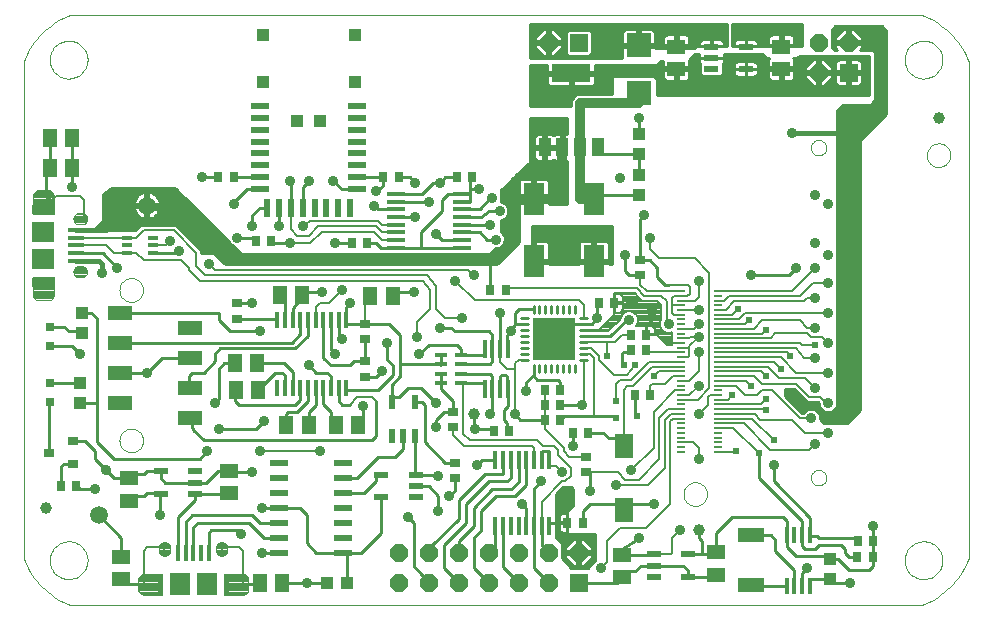
<source format=gtl>
G04 Output by ViewMate Deluxe V11.12.18  PentaLogix*
G04 Wed Mar 06 15:24:07 2019*
%IPPOS*%
%FSLAX25Y25*%
%MOIN*%
%ADD10C,0.0*%
%ADD61C,0.0125*%
%ADD62C,0.024*%
%ADD63C,0.0071*%
%ADD64C,0.0071*%
%ADD172R,0.0276X0.0071*%
%ADD173R,0.0512X0.0591*%
%ADD174R,0.0394X0.0394*%
%ADD175R,0.0591X0.024*%
%ADD176R,0.024X0.0591*%
%ADD177R,0.1299X0.0591*%
%ADD178R,0.0394X0.0591*%
%ADD179R,0.0433X0.0394*%
%ADD180R,0.0709X0.1083*%
%ADD181R,0.0787X0.0787*%
%ADD182R,0.0276X0.0354*%
%ADD183R,0.0354X0.0276*%
%ADD184R,0.0157X0.0531*%
%ADD185R,0.0512X0.0217*%
%ADD186R,0.0591X0.0512*%
%ADD187R,0.0394X0.0433*%
%ADD188R,0.0866X0.0512*%
%ADD189R,0.0591X0.0236*%
%ADD190R,0.0217X0.0512*%
%ADD191R,0.0138X0.0551*%
%ADD192R,0.063X0.0787*%
%ADD193R,0.063X0.0138*%
%ADD194R,0.0118X0.063*%
%ADD195R,0.0138X0.063*%
%ADD196R,0.06X0.06*%
G04:---LTIenv:A197:16,0.06,0.0 *
%ADD197P,0.064944X8X22.5*%
%ADD198R,0.0394X0.0167*%
%ADD199C,0.0591*%
%ADD200R,0.0827X0.0472*%
%ADD201R,0.0315X0.0315*%
%ADD202R,0.0354X0.0315*%
%ADD203C,0.011*%
%ADD204R,0.1437X0.1437*%
%ADD205C,0.0394*%
%ADD206R,0.0354X0.0157*%
%ADD207C,0.0039*%
%ADD208C,0.0089*%
%ADD209R,0.0039X0.0118*%
%ADD210R,0.0531X0.0157*%
%ADD211R,0.0748X0.0709*%
%ADD212C,0.0044*%
%ADD213R,0.0118X0.0039*%
%ADD214R,0.0709X0.0748*%
%ADD215C,0.01*%
%ADD216C,0.0354*%
%ADD217C,0.0071*%
%ADD218C,0.008*%
%ADD219C,0.016*%
%ADD220C,0.032*%
%ADD221C,0.0375*%

%LPD*%
X0Y0D2*D10*G1X286490Y176160D2*X286510Y175850D1*X286570Y175540*X286660Y175240*X286790Y174950*X286960Y174680*X287160Y174440*X287380Y174220*X287640Y174030*X287910Y173870*X288200Y173750*X288500Y173660*X288810Y173610*X289130Y173600*X289440Y173630*X289750Y173700*X290050Y173800*X290330Y173940*X290590Y174120*X290830Y174320*X291040Y174560*X291230Y174810*X291380Y175090*X291490Y175380*X291570Y175690*X291610Y176000*Y176320*X291570Y176630*X291490Y176940*X291380Y177230*X291230Y177510*X291040Y177760*X290830Y178000*X290590Y178200*X290330Y178380*X290050Y178520*X289750Y178620*X289440Y178690*X289130Y178720*X288810Y178710*X288500Y178660*X288200Y178570*X287910Y178450*X287640Y178290*X287380Y178100*X287160Y177880*X286960Y177640*X286790Y177370*X286660Y177080*X286570Y176780*X286510Y176470*X286490Y176160*X325110Y173660D2*X325130Y173270D1*X325190Y172880*X325290Y172500*X325420Y172130*X325590Y171780*X325790Y171440*X326030Y171130*X326300Y170840*X326590Y170580*X326910Y170350*X327250Y170150*X327610Y169990*X327980Y169870*X328370Y169780*X328760Y169730*X329150Y169720*X329540Y169750*X329930Y169820*X330300Y169930*X330670Y170070*X331020Y170250*X331350Y170460*X331660Y170710*X331940Y170980*X332190Y171280*X332410Y171610*X332600Y171950*X332750Y172310*X332870Y172690*X332950Y173070*X332990Y173460*Y173860*X332950Y174250*X332870Y174630*X332750Y175010*X332600Y175370*X332410Y175710*X332190Y176040*X331940Y176340*X331660Y176610*X331350Y176860*X331020Y177070*X330670Y177250*X330300Y177390*X329930Y177500*X329540Y177570*X329150Y177600*X328760Y177590*X328370Y177540*X327980Y177450*X327610Y177330*X327250Y177170*X326910Y176970*X326590Y176740*X326300Y176480*X326030Y176190*X325790Y175880*X325590Y175540*X325420Y175190*X325290Y174820*X325190Y174440*X325130Y174050*X325110Y173660*X286490Y66160D2*X286510Y65850D1*X286570Y65540*X286660Y65240*X286790Y64950*X286960Y64680*X287160Y64440*X287380Y64220*X287640Y64030*X287910Y63870*X288200Y63750*X288500Y63660*X288810Y63610*X289130Y63600*X289440Y63630*X289750Y63700*X290050Y63800*X290330Y63940*X290590Y64120*X290830Y64320*X291040Y64560*X291230Y64810*X291380Y65090*X291490Y65380*X291570Y65690*X291610Y66000*Y66320*X291570Y66630*X291490Y66940*X291380Y67230*X291230Y67510*X291040Y67760*X290830Y68000*X290590Y68200*X290330Y68380*X290050Y68520*X289750Y68620*X289440Y68690*X289130Y68720*X288810Y68710*X288500Y68660*X288200Y68570*X287910Y68450*X287640Y68290*X287380Y68100*X287160Y67880*X286960Y67640*X286790Y67370*X286660Y67080*X286570Y66780*X286510Y66470*X286490Y66160*X244010Y60700D2*X244030Y60310D1*X244090Y59920*X244190Y59540*X244320Y59170*X244490Y58820*X244690Y58480*X244930Y58170*X245200Y57880*X245490Y57620*X245810Y57390*X246150Y57190*X246510Y57030*X246880Y56910*X247270Y56820*X247660Y56770*X248050Y56760*X248440Y56790*X248830Y56860*X249200Y56970*X249570Y57110*X249920Y57290*X250250Y57500*X250560Y57750*X250840Y58020*X251090Y58320*X251310Y58650*X251500Y58990*X251650Y59350*X251770Y59730*X251850Y60110*X251890Y60500*Y60900*X251850Y61290*X251770Y61670*X251650Y62050*X251500Y62410*X251310Y62750*X251090Y63080*X250840Y63380*X250560Y63650*X250250Y63900*X249920Y64110*X249570Y64290*X249200Y64430*X248830Y64540*X248440Y64610*X248050Y64640*X247660Y64630*X247270Y64580*X246880Y64490*X246510Y64370*X246150Y64210*X245810Y64010*X245490Y63780*X245200Y63520*X244930Y63230*X244690Y62920*X244490Y62580*X244320Y62230*X244190Y61860*X244090Y61480*X244030Y61090*X244010Y60700*X39800Y220510D2*X38610Y220050D1*X37440Y219520*X36300Y218940*X35190Y218310*X34120Y217620*X33070Y216890*X32070Y216100*X31100Y215260*X30180Y214380*X29300Y213460*X28460Y212490*X27670Y211490*X26940Y210440*X26250Y209370*X25620Y208260*X25040Y207120*X24510Y205950*X24050Y204760*X55990Y128730D2*X56010Y128340D1*X56070Y127950*X56170Y127570*X56300Y127200*X56470Y126850*X56670Y126510*X56910Y126200*X57180Y125910*X57470Y125650*X57790Y125420*X58130Y125220*X58490Y125060*X58860Y124940*X59250Y124850*X59640Y124800*X60030Y124790*X60420Y124820*X60810Y124890*X61180Y125000*X61550Y125140*X61900Y125320*X62230Y125530*X62540Y125780*X62820Y126050*X63070Y126350*X63290Y126680*X63480Y127020*X63630Y127380*X63750Y127760*X63830Y128140*X63870Y128530*Y128930*X63830Y129320*X63750Y129700*X63630Y130080*X63480Y130440*X63290Y130780*X63070Y131110*X62820Y131410*X62540Y131680*X62230Y131930*X61900Y132140*X61550Y132320*X61180Y132460*X60810Y132570*X60420Y132640*X60030Y132670*X59640Y132660*X59250Y132610*X58860Y132520*X58490Y132400*X58130Y132240*X57790Y132040*X57470Y131810*X57180Y131550*X56910Y131260*X56670Y130950*X56470Y130610*X56300Y130260*X56170Y129890*X56070Y129510*X56010Y129120*X55990Y128730*Y78580D2*X56010Y78190D1*X56070Y77800*X56170Y77420*X56300Y77050*X56470Y76700*X56670Y76360*X56910Y76050*X57180Y75760*X57470Y75500*X57790Y75270*X58130Y75070*X58490Y74910*X58860Y74790*X59250Y74700*X59640Y74650*X60030Y74640*X60420Y74670*X60810Y74740*X61180Y74850*X61550Y74990*X61900Y75170*X62230Y75380*X62540Y75630*X62820Y75900*X63070Y76200*X63290Y76530*X63480Y76870*X63630Y77230*X63750Y77610*X63830Y77990*X63870Y78380*Y78780*X63830Y79170*X63750Y79550*X63630Y79930*X63480Y80290*X63290Y80630*X63070Y80960*X62820Y81260*X62540Y81530*X62230Y81780*X61900Y81990*X61550Y82170*X61180Y82310*X60810Y82420*X60420Y82490*X60030Y82520*X59640Y82510*X59250Y82460*X58860Y82370*X58490Y82250*X58130Y82090*X57790Y81890*X57470Y81660*X57180Y81400*X56910Y81110*X56670Y80800*X56470Y80460*X56300Y80110*X56170Y79740*X56070Y79360*X56010Y78970*X55990Y78580*X39800Y23660D2*X38610Y24120D1*X37440Y24650*X36300Y25230*X35190Y25860*X34120Y26550*X33070Y27280*X32070Y28070*X31100Y28910*X30180Y29790*X29300Y30710*X28460Y31680*X27670Y32680*X26940Y33730*X26250Y34800*X25620Y35910*X25040Y37050*X24510Y38220*X24050Y39410*X32750Y38660D2*X32770Y38160D1*X32830Y37660*X32930Y37170*X33070Y36690*X33240Y36220*X33450Y35770*X33700Y35330*X33980Y34920*X34300Y34530*X34640Y34160*X35010Y33820*X35410Y33520*X35830Y33250*X36270Y33010*X36730Y32800*X37200Y32640*X37680Y32510*X38180Y32420*X38670Y32370*X39180Y32360*X39680Y32390*X40170Y32460*X40660Y32570*X41140Y32720*X41600Y32900*X42050Y33120*X42480Y33380*X42890Y33670*X43280Y33990*X43640Y34340*X43960Y34720*X44260Y35120*X44530Y35550*X44760Y35990*X44950Y36450*X45110Y36930*X45230Y37420*X45310Y37910*X45350Y38410*Y38910*X45310Y39410*X45230Y39900*X45110Y40390*X44950Y40870*X44760Y41330*X44530Y41770*X44260Y42200*X43960Y42600*X43640Y42980*X43280Y43330*X42890Y43650*X42480Y43940*X42050Y44200*X41600Y44420*X41140Y44600*X40660Y44750*X40170Y44860*X39680Y44930*X39180Y44960*X38670Y44950*X38180Y44900*X37680Y44810*X37200Y44680*X36730Y44520*X36270Y44310*X35830Y44070*X35410Y43800*X35010Y43500*X34640Y43160*X34300Y42790*X33980Y42400*X33700Y41990*X33450Y41550*X33240Y41100*X33070Y40630*X32930Y40150*X32830Y39660*X32770Y39160*X32750Y38660*X24050Y204760D2*Y39400D1*X32750Y205510D2*X32770Y205010D1*X32830Y204510*X32930Y204020*X33070Y203540*X33240Y203070*X33450Y202620*X33700Y202180*X33980Y201770*X34300Y201380*X34640Y201010*X35010Y200670*X35410Y200370*X35830Y200100*X36270Y199860*X36730Y199650*X37200Y199490*X37680Y199360*X38180Y199270*X38670Y199220*X39180Y199210*X39680Y199240*X40170Y199310*X40660Y199420*X41140Y199570*X41600Y199750*X42050Y199970*X42480Y200230*X42890Y200520*X43280Y200840*X43640Y201190*X43960Y201570*X44260Y201970*X44530Y202400*X44760Y202840*X44950Y203300*X45110Y203780*X45230Y204270*X45310Y204760*X45350Y205260*Y205760*X45310Y206260*X45230Y206750*X45110Y207240*X44950Y207720*X44760Y208180*X44530Y208620*X44260Y209050*X43960Y209450*X43640Y209830*X43280Y210180*X42890Y210500*X42480Y210790*X42050Y211050*X41600Y211270*X41140Y211450*X40660Y211600*X40170Y211710*X39680Y211780*X39180Y211810*X38670Y211800*X38180Y211750*X37680Y211660*X37200Y211530*X36730Y211370*X36270Y211160*X35830Y210920*X35410Y210650*X35010Y210350*X34640Y210010*X34300Y209640*X33980Y209250*X33700Y208840*X33450Y208400*X33240Y207950*X33070Y207480*X32930Y207000*X32830Y206510*X32770Y206010*X32750Y205510*X323260Y220510D2*X39800D1*X339010Y204760D2*X338550Y205950D1*X338020Y207120*X337440Y208260*X336810Y209370*X336120Y210440*X335390Y211490*X334600Y212490*X333760Y213460*X332880Y214380*X331960Y215260*X330990Y216100*X329990Y216890*X328940Y217620*X327870Y218310*X326760Y218940*X325620Y219520*X324450Y220050*X323260Y220510*X317710Y205510D2*X317730Y205010D1*X317790Y204510*X317890Y204020*X318030Y203540*X318200Y203070*X318410Y202620*X318660Y202180*X318940Y201770*X319260Y201380*X319600Y201010*X319970Y200670*X320370Y200370*X320790Y200100*X321230Y199860*X321690Y199650*X322160Y199490*X322640Y199360*X323140Y199270*X323630Y199220*X324140Y199210*X324640Y199240*X325130Y199310*X325620Y199420*X326100Y199570*X326560Y199750*X327010Y199970*X327440Y200230*X327850Y200520*X328240Y200840*X328600Y201190*X328920Y201570*X329220Y201970*X329490Y202400*X329720Y202840*X329910Y203300*X330070Y203780*X330190Y204270*X330270Y204760*X330310Y205260*Y205760*X330270Y206260*X330190Y206750*X330070Y207240*X329910Y207720*X329720Y208180*X329490Y208620*X329220Y209050*X328920Y209450*X328600Y209830*X328240Y210180*X327850Y210500*X327440Y210790*X327010Y211050*X326560Y211270*X326100Y211450*X325620Y211600*X325130Y211710*X324640Y211780*X324140Y211810*X323630Y211800*X323140Y211750*X322640Y211660*X322160Y211530*X321690Y211370*X321230Y211160*X320790Y210920*X320370Y210650*X319970Y210350*X319600Y210010*X319260Y209640*X318940Y209250*X318660Y208840*X318410Y208400*X318200Y207950*X318030Y207480*X317890Y207000*X317790Y206510*X317730Y206010*X317710Y205510*X339010Y39400D2*Y204760D1*Y39410D2*X338550Y38220D1*X338020Y37050*X337440Y35910*X336810Y34800*X336120Y33730*X335390Y32680*X334600Y31680*X333760Y30710*X332880Y29790*X331960Y28910*X330990Y28070*X329990Y27280*X328940Y26550*X327870Y25860*X326760Y25230*X325620Y24650*X324450Y24120*X323260Y23660*X317710Y38660D2*X317730Y38160D1*X317790Y37660*X317890Y37170*X318030Y36690*X318200Y36220*X318410Y35770*X318660Y35330*X318940Y34920*X319260Y34530*X319600Y34160*X319970Y33820*X320370Y33520*X320790Y33250*X321230Y33010*X321690Y32800*X322160Y32640*X322640Y32510*X323140Y32420*X323630Y32370*X324140Y32360*X324640Y32390*X325130Y32460*X325620Y32570*X326100Y32720*X326560Y32900*X327010Y33120*X327440Y33380*X327850Y33670*X328240Y33990*X328600Y34340*X328920Y34720*X329220Y35120*X329490Y35550*X329720Y35990*X329910Y36450*X330070Y36930*X330190Y37420*X330270Y37910*X330310Y38410*Y38910*X330270Y39410*X330190Y39900*X330070Y40390*X329910Y40870*X329720Y41330*X329490Y41770*X329220Y42200*X328920Y42600*X328600Y42980*X328240Y43330*X327850Y43650*X327440Y43940*X327010Y44200*X326560Y44420*X326100Y44600*X325620Y44750*X325130Y44860*X324640Y44930*X324140Y44960*X323630Y44950*X323140Y44900*X322640Y44810*X322160Y44680*X321690Y44520*X321230Y44310*X320790Y44070*X320370Y43800*X319970Y43500*X319600Y43160*X319260Y42790*X318940Y42400*X318660Y41990*X318410Y41550*X318200Y41100*X318030Y40630*X317890Y40150*X317790Y39660*X317730Y39160*X317710Y38660*X39800Y23660D2*X323260D1*D61*X191030Y169390D2*X194160D1*X192920Y168150D2*X189800D1*X188560Y166920D2*X191690D1*X187330Y165680D2*X189490D1*X188880Y164450D2*X186090D1*X184860Y163210D2*X188420D1*Y161980D2*X183620D1*X183420Y160740D2*X188420D1*Y159510D2*X183500D1*X183420Y158270D2*X188420D1*Y157040D2*X185190D1*X185890Y155800D2*X188420D1*Y154570D2*X186000D1*X185610Y153330D2*X188420D1*Y152100D2*X184370D1*X183420Y150860D2*X188420D1*X189050Y149630D2*X183420D1*Y148390D2*X189050D1*Y147160D2*X184340D1*X184750Y145920D2*X188810D1*X187580Y144690D2*X184660D1*X183990Y143450D2*X186340D1*X185110Y142220D2*X181360D1*X180120Y140980D2*X183870D1*X182640Y139750D2*X89830D1*X91070Y138510D2*X181400D1*X88600Y140980D2*X96100D1*X94860Y142220D2*X83070D1*X81840Y143450D2*X93480D1*X92390Y144690D2*X80600D1*X79370Y145920D2*X91160D1*X52850Y161980D2*X75100D1*X50920Y155800D2*X60820D1*X61290Y154570D2*X50920D1*Y153330D2*X62280D1*X84980Y152100D2*X50920D1*X68320Y153330D2*X83750D1*X82510Y154570D2*X69310D1*X69780Y155800D2*X81280D1*X76340Y160740D2*X67610D1*X68980Y159510D2*X77570D1*X78810Y158270D2*X69630D1*X65660Y157040D2*X80040D1*X64940Y158270D2*X65660D1*Y159510D2*X64940D1*Y160740D2*X65660D1*X51210D2*X62990D1*X61620Y159510D2*X50920D1*X61060Y158540D2*X61380Y159180D1*X61810Y159760*X62320Y160270*X62900Y160700*X63540Y161020*X64230Y161250*X64940Y161360*Y157140*X60720*X60830Y157850*X61060Y158540*X50920Y158270D2*X60970D1*X64940Y157040D2*X50920D1*X65660Y155800D2*X64940D1*Y154570D2*X65660D1*Y153330D2*X64940D1*X64230Y152320D2*X63540Y152540D1*X62900Y152870*X62320Y153290*X61810Y153800*X61380Y154380*X61060Y155020*X60830Y155710*X60720Y156420*X64940*Y157140*X65660*Y161360*X66370Y161250*X67060Y161020*X67700Y160700*X68280Y160270*X68790Y159760*X69210Y159180*X69540Y158540*X69760Y157850*X69880Y157140*X65660*Y156420*X69880*X69760Y155710*X69540Y155020*X69210Y154380*X68790Y153800*X68280Y153290*X67700Y152870*X67060Y152540*X66370Y152320*X65660Y152200*Y156420*X64940*Y152200*X64230Y152320*X63290Y150480D2*X74810D1*X82310Y142980*X83370Y141910*Y141210*X83420Y141160*X88420*X92170Y137410*X180300*X189050Y146160*Y149910*X188420Y150530*Y163660*X188880Y164110*Y164620*X188990Y165030*X189210Y165400*X189510Y165700*X189880Y165920*X190290Y166030*X190800*X195300Y170530*X192170*X183420Y161780*Y160090*X183500Y159920*Y158650*X183420Y158470*Y158100*X183440*X184610Y157620*X185510Y156720*X186000Y155540*Y154270*X185510Y153100*X184610Y152200*X183440Y151710*X183420*Y148180*X184260Y147340*X184750Y146170*Y144900*X184260Y143720*X183360Y142820*X182190Y142330*X181480*X179670Y140530*X96550*X93740Y143340*X93490Y143450*X92590Y144350*X92490Y144590*X74670Y162410*X53420*X50920Y160530*Y151780*X49050Y149910*Y148660*X61470*X63290Y150480*X49050Y149630D2*X62440D1*X52800D2*X48770D1*X52800Y151160D2*X50300D1*X47800Y148660*X52800*Y151160*Y150860D2*X50000D1*X86220*X75660Y149630D2*X87450D1*X88690Y148390D2*X76900D1*X78130Y147160D2*X89920D1*D63*X234050Y99910D2*X235750Y101610D1*X241380*X243340Y100030D2*X240430D1*X237800Y97410*X233420*X232800Y96780*Y93720*X232860Y93660*X234050Y88030D2*X241330Y95310D1*X243340*X287800Y77410D2*X285920Y75530D1*X272800*X264040Y84290*X255470*D64*X239050Y130530D2*X245300D1*X246050Y129910*Y127410*X245320Y126810*X243340*D203*X194030Y101480D2*Y103780D1*X196000D2*Y101480D1*X197970D2*Y103780D1*X199940D2*Y101480D1*X201910D2*Y103780D1*X203880D2*Y101480D1*X205850D2*Y103780D1*X207810D2*Y101480D1*X211850Y105520D2*X209550D1*Y107480D2*X211850D1*Y109450D2*X209550D1*Y111420D2*X211850D1*Y113390D2*X209550D1*Y115360D2*X211850D1*Y117330D2*X209550D1*Y119300D2*X211850D1*X207810Y123330D2*Y121030D1*X205850D2*Y123330D1*X203880D2*Y121030D1*X201910D2*Y123330D1*X199940D2*Y121030D1*X197970D2*Y123330D1*X196000D2*Y121030D1*X194030D2*Y123330D1*X192300Y119300D2*X190000D1*Y117330D2*X192300D1*Y115360D2*X190000D1*Y113390D2*X192300D1*Y111420D2*X190000D1*Y109450D2*X192300D1*Y107480D2*X190000D1*Y105520D2*X192300D1*D207*X89220Y44480D2*X91050D1*X91530Y44110D2*X88730D1*X88460Y43730D2*X91800D1*X91950Y43350D2*X88320D1*X88270Y42970D2*X92000D1*Y42590D2*X88260D1*Y42210D2*X92000D1*X91990Y41830D2*X88270D1*X88340Y41460D2*X91930D1*X91770Y41080D2*X88490D1*X88780Y40700D2*X91480D1*X90950Y40320D2*X89320D1*X90230Y40160D2*X90630Y40210D1*X91000Y40340*X91340Y40550*X91620Y40830*X91830Y41160*X91960Y41540*X92000Y41930*Y42920*X91960Y43310*X91830Y43690*X91620Y44020*X91340Y44300*X91000Y44510*X90630Y44650*X90230Y44690*X90030*X89640Y44650*X89270Y44510*X88930Y44300*X88650Y44020*X88440Y43690*X88310Y43310*X88260Y42920*Y41930*X88310Y41540*X88440Y41160*X88650Y40830*X88930Y40550*X89270Y40340*X89640Y40210*X90030Y40160*X90230*X97910Y33880D2*X91020D1*Y33500D2*X98380D1*X98650Y33120D2*X91020D1*Y32740D2*X98800D1*X98870Y32370D2*X91020D1*Y31990D2*X98890D1*Y31610D2*X91020D1*Y31230D2*X98890D1*Y30850D2*X91020D1*Y30470D2*X98890D1*Y30090D2*X91020D1*Y29720D2*X98890D1*Y29340D2*X91020D1*Y28960D2*X98880D1*X98830Y28580D2*X91020D1*Y28200D2*X98700D1*X98470Y27820D2*X91020D1*X98150Y27500D2*X98460Y27810D1*X98700Y28190*X98840Y28600*X98890Y29040*Y32190*X98840Y32630*X98700Y33040*X98460Y33420*X98150Y33730*X97780Y33960*X97360Y34110*X96920Y34160*X91020*Y27070*X96920*X97360Y27120*X97780Y27270*X98150Y27500*X91020Y27440D2*X98060D1*X63110D2*X70150D1*Y27820D2*X62700D1*X62470Y28200D2*X70150D1*Y28580D2*X62340D1*X62290Y28960D2*X70150D1*Y29340D2*X62280D1*Y29720D2*X70150D1*Y30090D2*X62280D1*Y30470D2*X70150D1*Y30850D2*X62280D1*Y31230D2*X70150D1*Y31610D2*X62280D1*Y31990D2*X70150D1*Y32370D2*X62300D1*X62370Y32740D2*X70150D1*Y33120D2*X62520D1*X62790Y33500D2*X70150D1*Y33880D2*X63260D1*X70150Y34160D2*Y27070D1*X64250*X63810Y27120*X63390Y27270*X63020Y27500*X62710Y27810*X62470Y28190*X62330Y28600*X62280Y29040*Y32190*X62330Y32630*X62470Y33040*X62710Y33420*X63020Y33730*X63390Y33960*X63810Y34110*X64250Y34160*X70150*X71850Y40320D2*X70220D1*X69690Y40700D2*X72390D1*X72680Y41080D2*X69400D1*X69240Y41460D2*X72830D1*X72900Y41830D2*X69180D1*X69170Y42210D2*X72910D1*Y42590D2*X69170D1*Y42970D2*X72900D1*X72850Y43350D2*X69230D1*X69370Y43730D2*X72710D1*X72440Y44110D2*X69640D1*X70120Y44480D2*X71950D1*X70170Y44510D2*X69830Y44300D1*X69550Y44020*X69340Y43690*X69210Y43310*X69170Y42920*Y41930*X69210Y41540*X69340Y41160*X69550Y40830*X69830Y40550*X70170Y40340*X70550Y40210*X70940Y40160*X71140*X71530Y40210*X71910Y40340*X72240Y40550*X72520Y40830*X72730Y41160*X72860Y41540*X72910Y41930*Y42920*X72860Y43310*X72730Y43690*X72520Y44020*X72240Y44300*X71910Y44510*X71530Y44650*X71140Y44690*X70940*X70550Y44650*X70170Y44510*X32720Y161880D2*X28510D1*X27780Y161500D2*X33450D1*X33790Y161130D2*X27440D1*X27230Y160750D2*X34000D1*X27070Y159990D2*Y154090D1*X34120Y160370D2*X27110D1*X27070Y154090D2*X34160D1*Y154310D2*X27070D1*Y154690D2*X34160D1*Y155070D2*X27070D1*Y155440D2*X34160D1*Y155820D2*X27070D1*Y156200D2*X34160D1*Y156580D2*X27070D1*Y156960D2*X34160D1*Y157340D2*X27070D1*Y157720D2*X34160D1*Y158100D2*X27070D1*Y158470D2*X34160D1*Y158850D2*X27070D1*Y159230D2*X34160D1*Y159610D2*X27070D1*X34160Y159990D2*X34110Y160430D1*X33960Y160850*X33730Y161220*X33420Y161530*X33040Y161770*X32630Y161910*X32190Y161960*X29040*X28600Y161910*X28190Y161770*X27810Y161530*X27500Y161220*X27270Y160850*X27120Y160430*X27070Y159990*X34160*Y154090*X41370Y153930D2*X44470D1*X44840Y153550D2*X41000D1*X40790Y153170D2*X45040D1*X45150Y152790D2*X40690D1*X40650Y152420D2*X45180D1*X45150Y152040D2*X40690D1*X40800Y151660D2*X45040D1*X44820Y151280D2*X41020D1*X41420Y150900D2*X44420D1*X42040Y150620D2*X41660Y150750D1*X41330Y150960*X41050Y151230*X40840Y151560*X40700Y151930*X40650Y152320*Y152510*X40700Y152910*X40830Y153280*X41040Y153620*X41320Y153900*X41660Y154110*X42030Y154240*X42430Y154290*X43410*X43800Y154240*X44180Y154110*X44510Y153900*X44800Y153620*X45010Y153280*X45140Y152910*X45180Y152510*Y152320*X45130Y151930*X45000Y151560*X44790Y151230*X44510Y150960*X44170Y150750*X43800Y150620*X43410Y150590*X42430*X42040Y150620*X33000Y125530D2*X28230D1*X27690Y125910D2*X33540D1*X33850Y126280D2*X27380D1*X27200Y126660D2*X34030D1*X34130Y127040D2*X27100D1*X27070Y127420D2*X34160D1*Y127800D2*X27070D1*Y128180D2*X34160D1*Y128560D2*X27070D1*Y128940D2*X34160D1*Y129310D2*X27070D1*Y129690D2*X34160D1*Y130070D2*X27070D1*Y130450D2*X34160D1*Y130830D2*X27070D1*Y131210D2*X34160D1*Y131590D2*X27070D1*Y131970D2*X34160D1*Y132340D2*X27070D1*Y132720D2*X34160D1*Y133100D2*X27070D1*X34160Y133220D2*Y127320D1*X34110Y126880*X33960Y126460*X33730Y126090*X33420Y125780*X33040Y125540*X32630Y125400*X32190Y125350*X29040*X28600Y125400*X28190Y125540*X27810Y125780*X27500Y126090*X27270Y126460*X27120Y126880*X27070Y127320*Y133220*X34160*X41580Y136510D2*X44260D1*X44740Y136130D2*X41100D1*X45000Y135750D2*X44790Y136080D1*X44510Y136360*X44170Y136560*X43800Y136690*X43410Y136730*X42430*X42040Y136690*X41660Y136560*X41330Y136360*X41050Y136080*X40840Y135750*X43890Y133100D2*X41940D1*X41250Y133480D2*X44580D1*X44900Y133860D2*X40940D1*X40760Y134240D2*X45080D1*X45160Y134620D2*X40670D1*X40650Y134990D2*X45180D1*X45130Y135370D2*X40700D1*X45130Y135380D2*X45000Y135750D1*X40840*X40700Y135380*X40650Y134990*Y134800*X40700Y134400*X40830Y134030*X41040Y133690*X41320Y133410*X41660Y133200*X42030Y133070*X42430Y133030*X43410*X43800Y133070*X44180Y133200*X44510Y133410*X44800Y133690*X45010Y134030*X45140Y134400*X45180Y134800*Y134990*X45130Y135380*D208*X27310Y157120D2*X33910D1*Y156240D2*X27310D1*Y155360D2*X33910D1*X27310Y154480D2*X33910D1*Y157140*X27310*Y154480*X33910Y132810D2*X27310D1*Y131930D2*X33910D1*Y131050D2*X27310D1*X33910Y132830D2*X27310D1*Y130170*X33910*Y132830*D212*X92300Y33970D2*X90980D1*Y33540D2*X92300D1*Y33110D2*X90980D1*Y32680D2*X92300D1*Y32250D2*X90980D1*Y31820D2*X92300D1*Y31390D2*X90980D1*Y30960D2*X92300D1*Y30530D2*X90980D1*Y30100D2*X92300D1*Y29670D2*X90980D1*Y29240D2*X92300D1*Y28810D2*X90980D1*Y28380D2*X92300D1*Y27950D2*X90980D1*Y27520D2*X92300D1*X90980Y34130D2*Y27090D1*X92300*Y34130*X90980*X68870Y33970D2*X70190D1*Y33540D2*X68870D1*Y33110D2*X70190D1*Y32680D2*X68870D1*Y32250D2*X70190D1*Y31820D2*X68870D1*Y31390D2*X70190D1*Y30960D2*X68870D1*Y30530D2*X70190D1*Y30100D2*X68870D1*Y29670D2*X70190D1*Y29240D2*X68870D1*Y28810D2*X70190D1*Y28380D2*X68870D1*Y27950D2*X70190D1*Y27520D2*X68870D1*X70190Y27090D2*Y34130D1*X68870*Y27090*X70190*D215*X266490Y30390D2*X268360Y30190D1*X278400*X286080Y32340D2*Y30190D1*X292730Y40280D2*Y39030D1*X274050Y70530D2*Y64910D1*X286080Y52880*Y47120*X286420Y46780*X288420*X289050Y46160*X301060*X302060Y45160*X307170Y49910D2*X307180Y49900D1*Y45160*X307010Y44990*Y39680*Y36620*X305920Y35530*X299050*X299670Y31160D2*X293910D1*X292730Y32340*X286080*X285300Y36160D2*X283520Y34370D1*Y30190*X280960D2*X280920Y30230D1*Y35530*X274670Y41780*Y45530*X273280Y46920*X266490*X32810Y179280D2*Y169280D1*X31550Y168020*Y159910*X33130Y158330*X40300Y163030D2*X40290Y163040D1*Y169280*Y179280*X192800Y209820D2*X194550D1*X195010Y208840D2*X192800D1*Y207850D2*X195990D1*X196980Y206870D2*X192800D1*X253300Y211790D2*X253380D1*Y210810D2*X253300D1*X257400D2*X258420D1*X257100Y211900D2*X257300Y211560D1*X257400Y211180*Y209940*X253380*Y212480*X256100*X256480Y212380*X256820Y212180*X257100Y211900*X258420Y211790D2*X257160D1*X260300D2*X260940D1*X260700Y210810D2*X260300D1*X280730Y198990D2*X284860D1*X277050D2*X276050D1*Y199970D2*X277050D1*Y210810D2*X276050D1*Y211790D2*X277050D1*Y212780D2*X276050D1*Y213760D2*X277050D1*X260300D2*X272860D1*X272130Y212780D2*X260300D1*X272100Y210810D2*X268820D1*X268580Y211790D2*X272100D1*X264720D2*X264800D1*X264720Y210810D2*X264800D1*Y209940D2*Y212480D1*X267510*X267900Y212380*X268240Y212180*X268520Y211900*X268720Y211560*X268820Y211180*Y209940*X264800*X264720Y199970D2*X264800D1*X264720Y200960D2*X264800D1*X264720Y201940D2*X264800D1*X264720Y202930D2*X264800D1*X264720Y203910D2*X264800D1*X264720Y204900D2*X264800D1*X261620D2*X261280Y204700D1*X261000Y204420*X260800Y204080*X260700Y202930D2*X257200D1*Y201940D2*X260700D1*X260750Y200960D2*X257200D1*X261620Y199940D2*X261280Y200130D1*X261000Y200410*X260800Y200750*X260700Y201140*Y202370*X264720*Y199830*X262000*X261620Y199940*X246000Y199970D2*X261560D1*X246000Y200960D2*X249480D1*X228550Y214750D2*X229550D1*Y213760D2*X228550D1*Y212780D2*X229550D1*Y211790D2*X228550D1*Y210810D2*X229550D1*X213350Y209820D2*X228550D1*X223700Y214750D2*X213300D1*X213350Y213760D2*X223610D1*Y212780D2*X213350D1*Y211790D2*X223610D1*Y210810D2*X213350D1*Y208840D2*X223610D1*Y207850D2*X213350D1*X212600Y206870D2*X223610D1*X201120D2*X205500D1*X204750Y207850D2*X202110D1*X203090Y208840D2*X204750D1*Y209820D2*X203550D1*X204750Y214690D2*Y207620D1*X205510Y206860*X212590*X213350Y207620*Y214690*X212590Y215460*X205510*X204750Y214690*X201820Y214750D2*X204800D1*X204750Y213760D2*X202810D1*X203550Y212780D2*X204750D1*Y211790D2*X203550D1*X199550Y210810D2*X204750D1*X199550Y211790D2*X198550D1*Y212780D2*X199550D1*Y213760D2*X198550D1*Y214750D2*X199550D1*X258420Y216720D2*X192800D1*X283420D2*X260300D1*Y215730D2*X283420D1*Y214750D2*X260300D1*X280240Y213760D2*X283420D1*Y212780D2*X280970D1*X281000Y211790D2*X283420D1*X281000Y210400D2*Y212650D1*X280900Y213030*X280700Y213380*X280420Y213660*X280080Y213850*X279700Y213960*X277050*Y210400*X281000*X283420Y210810D2*X281000D1*X283420Y209910D2*Y217410D1*X260300*Y209910*X264720*Y209940*X260700*Y211180*X260800Y211560*X261000Y211900*X261280Y212180*X261620Y212380*X262000Y212480*X264720*Y209940*X264800*Y209910*X276050*Y210400*X272100*Y212650*X272200Y213030*X272400Y213380*X272680Y213660*X273020Y213850*X273400Y213960*X276050*Y210400*X277050*Y209910*X283420*X294310Y208840D2*X295010D1*X294550Y209820D2*X293420D1*X298550Y212780D2*X299550D1*Y213760D2*X298550D1*Y214750D2*X299550D1*X310340Y216720D2*X294610D1*X303550Y211790D2*X311550D1*Y212780D2*X303550D1*X302810Y213760D2*X311550D1*Y214750D2*X301820D1*X293630Y215730D2*X311000D1*X296280Y214750D2*X293420D1*Y213760D2*X295290D1*X294550Y212780D2*X293420D1*Y211790D2*X294550D1*X298550Y210810D2*X293420D1*X299550Y211790D2*X298550D1*X299550Y211660D2*Y215660D1*X300910*X303550Y213020*Y211660*X299550*X311550Y210810D2*X299550D1*X303550Y209820D2*X311550D1*Y208840D2*X303090D1*X311550Y207850D2*X307800D1*Y206870D2*X311550D1*Y205880D2*X307800D1*Y204900D2*X311550D1*Y203910D2*X307800D1*Y202930D2*X311550D1*Y201940D2*X307800D1*Y200960D2*X311550D1*Y195050D2*X307800D1*Y196030D2*X311550D1*Y197020D2*X307800D1*Y198000D2*X311550D1*Y198990D2*X307800D1*Y199970D2*X311550D1*X305920D2*X303550D1*Y198990D2*X305920D1*Y198000D2*X303550D1*X303030Y197020D2*X305920D1*X298550D2*X299550D1*Y198000D2*X298550D1*Y198990D2*X299550D1*Y199970D2*X298550D1*X299550Y200660D2*Y196660D1*X302250*X302630Y196760*X302970Y196960*X303250Y197240*X303450Y197580*X303550Y197960*Y200660*X299550*X305920Y200960D2*X299550D1*X303550Y201940D2*X305920D1*Y202930D2*X303550D1*Y203910D2*X305920D1*Y204900D2*X303350D1*X280710Y205880D2*X305920D1*X284550Y202930D2*X281000D1*Y203910D2*X285440D1*X286430Y204900D2*X281000D1*X288550D2*X289550D1*Y203910D2*X288550D1*Y202930D2*X289550D1*Y201940D2*X288550D1*X298550Y200960D2*X289550D1*X299550Y201940D2*X298550D1*Y202930D2*X299550D1*Y203910D2*X298550D1*X299550Y205660D2*Y201660D1*Y200660*X298550*Y201660*X299550*X303550*Y204350*X303450Y204740*X303250Y205080*X302970Y205360*X302630Y205550*X302250Y205660*X299550*X298550Y204900D2*X299550D1*X291670D2*X294750D1*X294550Y203910D2*X292660D1*X293550Y202930D2*X294550D1*Y201940D2*X293550D1*X294550Y201660D2*Y204350D1*X294650Y204740*X294850Y205080*X295130Y205360*X295470Y205550*X295850Y205660*X298550*Y201660*X294550*Y199970D2*X293550D1*X293240Y198990D2*X294550D1*Y198000D2*X292260D1*X295130Y196960D2*X294850Y197240D1*X294650Y197580*X294550Y197960*Y200660*X298550*Y196660*X295850*X295470Y196760*X295130Y196960*X291270Y197020D2*X295070D1*X289550D2*X288550D1*Y198000D2*X289550D1*Y198990D2*X288550D1*Y199970D2*X289550D1*X288550Y200660D2*X289550D1*Y196660*X290910*X293550Y199290*Y200660*X289550*Y201660*X293550*Y203020*X290910Y205660*X289550*Y201660*X288550*Y200660*X281000Y200960D2*X288550D1*X284550Y199970D2*X281000D1*X284550Y200660D2*X288550D1*Y196660*X287190*X284550Y199290*Y200660*Y201660D2*Y203020D1*X287190Y205660*X288550*Y201660*X284550*X277050Y201940D2*X284550D1*X277050Y201920D2*X281000D1*Y199660*X280900Y199280*X280700Y198940*X280420Y198660*X280080Y198460*X279700Y198360*X277050*Y201920*X276050Y200960D2*X277050D1*X268820Y201940D2*X276050D1*X268820Y202460D2*X264800D1*Y202370*X264720*Y202460*X260700*Y203700*X260800Y204080*X257200Y203910D2*X260760D1*X270840Y206870D2*X257400D1*X268760Y203910D2*X272100D1*Y204900D2*X267900D1*X257400Y205880D2*X272390D1*X257400Y204900D2*X261620D1*X262000Y205000*X264720*Y202460*X264800*Y205000*X267510*X267900Y204900*X268240Y204700*X268520Y204420*X268720Y204080*X268820Y203700*Y202460*X272100Y202930D2*X268820D1*X268770Y200960D2*X272100D1*X267900Y199940D2*X267510Y199830D1*X264800*Y202370*X268820*Y201140*X268720Y200750*X268520Y200410*X268240Y200130*X267900Y199940*X272100Y199970D2*X267960D1*X245730Y198990D2*X272370D1*X229050Y180750D2*Y186160D1*X147140Y126890D2*X148280Y128030D1*X154050*X179050Y154910D2*X182800D1*X170070Y150500D2*X170100Y150530D1*X154670Y164540D2*X152800Y166410D1*X149110*X112800Y164910D2*X113140Y164560D1*Y156180*X117080D2*Y162940D1*X119050Y164910*X127170D2*X130300Y162410D1*X135210*Y162470*X135470Y166160D2*X135210Y166410D1*X143990*Y163600*X142170Y161780*X141550*X140920Y156780D2*X142090Y155620D1*X148030*X154670Y153030D2*X148030Y153060D1*X159050Y158030D2*Y158180D1*X148030*Y160740D2*X156760D1*X160560Y164540*X162800*X164670Y166410*X168370*X173480D2*X172800Y165730D1*Y162410*Y160740D2*Y162410D1*X175920*X197210Y177320D2*X198180D1*Y178300D2*X197210D1*Y179290D2*X198180D1*Y180270D2*X197210D1*X203110D2*X204080D1*Y179290D2*X203110D1*Y178300D2*X204080D1*Y177320D2*X203110D1*X215410Y176250D2*Y174060D1*X229050*Y167000*X281550Y136160D2*X279050Y133660D1*X266550*X237860Y130530D2*X239050D1*X229670Y133600D2*X229620Y133660D1*X225920*X224670Y134910*Y140530*X214550Y144810D2*X213550D1*Y143830D2*X214550D1*Y142840D2*X213550D1*Y141860D2*X214550D1*Y140870D2*X213550D1*Y139890D2*X214550D1*X199090Y138900D2*X209010D1*X209460Y144810D2*X198640D1*X199090Y143830D2*X209010D1*Y142840D2*X199090D1*Y141860D2*X209010D1*Y140870D2*X199090D1*Y139890D2*X209010D1*X194550D2*X193550D1*Y140870D2*X194550D1*Y141860D2*X193550D1*Y142840D2*X194550D1*Y143830D2*X193550D1*Y144810D2*X194550D1*X220300Y149740D2*X193420D1*Y148750D2*X220300D1*Y147770D2*X193420D1*Y146780D2*X220300D1*Y145800D2*X193420D1*X220300Y144810D2*X218640D1*X219090Y143830D2*X220300D1*Y142840D2*X219090D1*Y141860D2*X220300D1*Y140870D2*X219090D1*Y139890D2*X220300D1*Y138900D2*X219090D1*X214550Y137920D2*X220300D1*X213550Y138900D2*X214550D1*X213550Y138820D2*Y145230D1*X210310*X209930Y145130*X209590Y144940*X209310Y144660*X209110Y144310*X209010Y143930*Y138820*X213550*X194550Y137920D2*X213550D1*X193550Y138900D2*X194550D1*X193550Y138820D2*X194550D1*Y145230*X197790*X198170Y145130*X198510Y144940*X198790Y144660*X198990Y144310*X199090Y143930*Y138820*X194550*Y137820*X199090*Y137410*X209010*Y137820*X213550*Y138820*X214550*Y145230*X217790*X218170Y145130*X218510Y144940*X218790Y144660*X218990Y144310*X219090Y143930*Y138820*X214550*Y137820*X219090*Y137410*X220300*Y149910*X193420*Y145230*X193550*Y138820*X179620Y128660D2*Y138660D1*X180300*X156550Y142820D2*X170070D1*X161550Y147410D2*X163570Y145380D1*X170070*X176010Y147940D2*X170070D1*X181550Y145530D2*X178420D1*X176010Y147940*X170100Y150530D2*X179670D1*X170070Y153060D2*X176580D1*X179050Y154910*X180300Y159280D2*X179670D1*X176010Y155620*X170070*Y158180D2*Y158030D1*X172800*Y160740*X170070*X165510*X163420Y158660*Y154910*X156550Y148030*Y142820*X150300*X143010*X141550Y144280*X138480*X127800D2*X133370D1*X95300Y124340D2*X95360Y124280D1*X100300*X108630Y118720D2*X108130Y119220D1*X95300*X102800Y114910D2*X92800D1*X101970Y104330D2*X110880D1*X113740Y101460*Y96090*X111190D2*Y100270D1*X110300Y101160*X107790*X102160Y95530*X104050Y84910D2*X101550Y82410D1*X89050*X40490Y70790D2*X37440D1*X36550Y69910*Y63340*X36490Y63280*X41610D2*X43270Y62410D1*X47800*X69530Y30610D2*X58350D1*X56550Y32420*Y39900D2*Y46160D1*X49050Y53660*X59070Y58540D2*X60440Y59910D1*X64050*X65180Y61040*X69740*Y60800*X69670Y60740*Y53660*X109280Y46160D2*X109320Y46120D1*Y41160D2*X103420D1*X130580D2*X136550D1*X143280Y47890*Y59700*X152170Y53030D2*X154050Y51160D1*Y36780*X159050Y31160*X205050Y48280D2*X205300D1*Y49270D2*X205050D1*Y50250D2*X205300D1*Y52220D2*X205050D1*Y53210D2*X205300D1*Y54190D2*X205050D1*X234050Y57410D2*X224050D1*Y55530*X222170Y57410*X212800*X210360Y54970*Y51160*X229050Y46160D2*X222380Y41780D1*X234130Y40590D2*X234120Y40570D1*X234110Y40560*X234090Y40550*X223620*X222380Y41780*X209050Y31160D2*X221710D1*X223620Y33070*X225460Y34910*X227800*X229740Y36850*X234130*X243990*X254870Y33850D2*X255370Y33100D1*X245550*X244050D2*X245550D1*Y35280*X243990Y36850*X250300Y40590D2*X245550D1*X249050Y48660D2*Y46160D1*X250300Y44910*Y40590*X255370*X255380Y40730*X255360Y40870*X255310Y41000*X255230Y41120*X255120Y41220*X255000Y41290*X254860Y41340*X254870Y41330D2*Y47600D1*X260300Y53030*X277170*X278420Y51780*Y47150*X278400Y47120*Y43060*X281550Y39910*X291850*X292730Y39030*X295550*X299050Y35530*X301890Y39680D2*X299270D1*X297800Y41160*Y42410*X296550Y43660*X289050*X287800Y42410*X284670*X283520Y43560*Y47120*Y51690*X269050Y66160*Y74280*X277830Y95560D2*X280990D1*X281980Y94580D2*X277800D1*Y93590D2*X282960D1*X283950Y92610D2*X278750D1*X280720Y90640D2*X289100D1*X284930Y91620D2*X279740D1*X282690Y88670D2*X284720D1*X289470Y89650D2*X281710D1*X290320Y88670D2*X288380D1*X290480Y84730D2*X298870D1*X299850Y85710D2*X289620D1*Y86700D2*X300840D1*X301820Y87680D2*X289240D1*X294030Y88670D2*X302800D1*Y89650D2*X294880D1*X295300Y90640D2*X302800D1*Y91620D2*X295300D1*Y92610D2*X302800D1*Y93590D2*X295300D1*Y94580D2*X302800D1*Y95560D2*X295300D1*Y96550D2*X302800D1*Y97530D2*X295300D1*Y98520D2*X302800D1*Y99500D2*X295300D1*Y100490D2*X302800D1*Y101470D2*X295300D1*Y102460D2*X302800D1*Y103440D2*X295300D1*Y104430D2*X302800D1*Y105410D2*X295300D1*Y106400D2*X302800D1*Y107380D2*X295300D1*Y108370D2*X302800D1*Y109350D2*X295300D1*Y110340D2*X302800D1*Y111320D2*X295300D1*Y112310D2*X302800D1*Y113290D2*X295300D1*Y114280D2*X302800D1*Y115260D2*X295300D1*Y116250D2*X302800D1*Y117230D2*X295300D1*Y118220D2*X302800D1*Y119200D2*X295300D1*Y120190D2*X302800D1*Y121170D2*X295300D1*Y122160D2*X302800D1*Y123140D2*X295300D1*Y124130D2*X302800D1*Y125110D2*X295300D1*Y126100D2*X302800D1*Y127080D2*X295300D1*Y128070D2*X302800D1*Y129050D2*X295300D1*Y130040D2*X302800D1*Y131020D2*X295300D1*Y132010D2*X302800D1*Y132990D2*X295300D1*Y133980D2*X302800D1*Y134960D2*X295300D1*Y135950D2*X302800D1*Y136930D2*X295300D1*Y137920D2*X302800D1*Y138900D2*X295300D1*Y139890D2*X302800D1*Y140870D2*X295300D1*Y141860D2*X302800D1*Y142840D2*X295300D1*Y143830D2*X302800D1*Y144810D2*X295300D1*Y145800D2*X302800D1*Y146780D2*X295300D1*Y147770D2*X302800D1*Y148750D2*X295300D1*Y149740D2*X302800D1*Y150720D2*X295300D1*Y151710D2*X302800D1*Y152690D2*X295300D1*Y153680D2*X302800D1*Y154660D2*X295300D1*Y155650D2*X302800D1*Y156630D2*X295300D1*Y157620D2*X302800D1*Y158600D2*X295300D1*Y159590D2*X302800D1*Y160570D2*X295300D1*Y161560D2*X302800D1*Y162540D2*X295300D1*Y163530D2*X302800D1*Y164510D2*X295300D1*Y165500D2*X302800D1*Y166480D2*X295300D1*Y167470D2*X302800D1*Y168450D2*X295300D1*Y169440D2*X302800D1*Y170420D2*X295300D1*Y171410D2*X302800D1*Y172390D2*X295300D1*Y173380D2*X302800D1*Y174360D2*X295300D1*Y175350D2*X302800D1*Y176330D2*X295300D1*Y177320D2*X302800D1*Y178300D2*X295300D1*Y179290D2*X303430D1*X304420Y180270D2*X295300D1*Y181260D2*X305400D1*X306390Y182240D2*X295300D1*Y183230D2*X307370D1*X308360Y184210D2*X295300D1*Y185200D2*X309340D1*X310330Y186180D2*X295300D1*Y187170D2*X311310D1*X311550Y188150D2*X295300D1*X295780Y189140D2*X311550D1*Y190120D2*X296770D1*X311550Y191110D2*X306930D1*X307590Y192090D2*X311550D1*X307800Y192410D2*X306550Y190530D1*X297170*X295300Y188660*Y90530*X295200Y90430*X294780Y89420*X293910Y88550*X292790Y88080*X291560*X290430Y88550*X289570Y89420*X289100Y90550*Y91200*X288970Y91330*X285220*X284220Y92330*X280850Y95710*X277970*X277800Y95530*Y93560*X283500Y87860*X283930*X283950Y87900*X284810Y88760*X285940Y89230*X287160*X288290Y88760*X289150Y87900*X289620Y86770*Y85580*X290920Y84280*X298420*X302800Y88660*Y178660*X311550Y187410*Y214910*X310300Y216780*X294670*X293420Y215530*Y209280*X294670Y208660*X295190*X294550Y209290*Y210660*X298550*Y211660*X294550*Y213020*X297190Y215660*X298550*Y211660*X299550*Y210660*X303550*Y209290*X302910Y208660*X307170*X307800Y208030*Y192410*X311550Y193080D2*X307800D1*Y194060D2*X311550D1*X235300D2*X305920D1*Y195050D2*X235300D1*Y196030D2*X305920D1*X286830Y197020D2*X235300D1*Y198000D2*X285840D1*X237370Y198990D2*X234970D1*X242050D2*X241050D1*Y199970D2*X242050D1*X236540Y204900D2*X237100D1*Y203910D2*X235560D1*X237100Y202930D2*X220300D1*X214550*Y201940D2*X220300D1*X241050*X242050Y200960D2*X241050D1*X242050Y201920D2*Y198360D1*X244700*X245080Y198460*X245420Y198660*X245700Y198940*X245900Y199280*X246000Y199660*Y201920*X242050*X249480Y201940D2*X242050D1*X246000Y202930D2*X249480D1*Y203910D2*X246000D1*Y204900D2*X249280D1*Y205880D2*X246280D1*X247260Y206870D2*X249280D1*X242050Y211790D2*X241050D1*Y212780D2*X242050D1*Y213760D2*X241050D1*X258420D2*X245240D1*X245970Y212780D2*X258420D1*X246000Y211790D2*X249520D1*X249280Y210810D2*X246000D1*X242050Y209820D2*X247800D1*X242050Y210400D2*X246000D1*Y212650*X245900Y213030*X245700Y213380*X245420Y213660*X245080Y213850*X244700Y213960*X242050*Y210400*X241050Y210810D2*X242050D1*X229550Y209820D2*X241050D1*X234490Y209780D2*Y209280D1*X237100*Y209400*X241050*Y210400*X242050*Y209400*X246000*Y209280*X247800*Y209910*X253300*Y209940*X249280*Y211180*X249380Y211560*X249580Y211900*X249860Y212180*X250200Y212380*X250580Y212480*X253300*Y209940*X253380*Y209910*X258420*Y217410*X192800*Y206160*X223610*Y209780*X228550*Y210780*X223610*Y214410*X223710Y214800*X223910Y215140*X224190Y215420*X224530Y215610*X224920Y215720*X228550*Y210780*X229550*Y209780*X234490*X237100Y210810D2*X234490D1*Y211790D2*X237100D1*X237130Y212780D2*X234490D1*X238020Y213850D2*X238400Y213960D1*X241050*Y210400*X237100*Y212650*X237200Y213030*X237400Y213380*X237680Y213660*X238020Y213850*X234490Y213760D2*X237860D1*X234380Y214800D2*X234490Y214410D1*Y210780*X229550*Y215720*X233180*X233570Y215610*X233910Y215420*X234190Y215140*X234380Y214800*X258420Y214750D2*X234400D1*X192800Y215730D2*X258420D1*X196280Y214750D2*X192800D1*Y213760D2*X195290D1*X194550Y212780D2*X192800D1*Y211790D2*X194550D1*X198550Y210810D2*X192800D1*X199550Y209820D2*X198550D1*Y208840D2*X199550D1*Y207850D2*X198550D1*Y206870D2*X199550D1*X198550Y206660D2*Y210660D1*X199550*Y206660*X200910*X203550Y209290*Y210660*X199550*Y211660*X203550*Y213020*X200910Y215660*X199550*Y211660*X198550*X194550*Y213020*X197190Y215660*X198550*Y211660*Y210660*X194550*Y209290*X197190Y206660*X198550*X192800Y202930D2*X198550D1*Y201940D2*X192800D1*X207050Y198990D2*X206050D1*Y198000D2*X207050D1*Y197020D2*X206050D1*X207040Y192800D2*X207860Y193610D1*X208930Y194060*X220300*X214080Y197020D2*X220300D1*Y198000D2*X214550D1*Y198990D2*X220300D1*X214550Y199970D2*X220300D1*X237100*Y200960D2*X220300D1*X207050*Y200560D2*X214550D1*Y197910*X214440Y197530*X214250Y197180*X213970Y196900*X213620Y196710*X213240Y196600*X207050*Y200560*X206050Y199970D2*X207050D1*X192800Y200960D2*X206050D1*X198550Y199970D2*X192800D1*Y198990D2*X198550D1*Y198000D2*X192800D1*Y197020D2*X199020D1*X220300Y196030D2*X192800D1*Y195050D2*X220300D1*X206750Y192090D2*X192800D1*Y191110D2*X206600D1*Y190120D2*X192800D1*X206600Y189910D2*Y191730D1*X207040Y192800*X192800Y193080D2*X207320D1*X192800Y194060D2*X220300D1*Y203660*Y199910*X234050*X235300Y198660*Y193660*X305920*Y206780*X282800*X281550Y206160*X280440*X280700Y205900*X280900Y205550*X281000Y205170*Y202920*X277050*Y201920*X276050*Y198360*X273400*X273020Y198460*X272680Y198660*X272400Y198940*X272200Y199280*X272100Y199660*Y201920*X276050*Y202920*X272100*Y205170*X272200Y205550*X272400Y205900*X272660Y206160*X271550*X270300Y207410*X257400*Y206200*X253380*Y206110*X257400*Y204880*X257300Y204490*X257100Y204150*X257090Y204140*X257200Y204040*Y200790*X256440Y200030*X250240*X249480Y200790*Y204040*X249590Y204140*X249580Y204150*X249380Y204490*X249280Y204880*Y206110*X253300*Y206200*X249280*Y207410*X247800*X245910Y205520*X246000Y205170*Y202920*X242050*Y201920*X241050*Y198360*X238400*X238020Y198460*X237680Y198660*X237400Y198940*X237200Y199280*X237100Y199660*Y201920*X241050*Y202920*X237100*Y204910*X236550*X235300Y203660*X220300*X214550*Y201560*X207050*Y200560*X206050*Y196600*X199860*X199470Y196710*X199130Y196900*X198850Y197180*X198660Y197530*X198550Y197910*Y200560*X206050*Y201560*X198550*Y203660*X192800*Y189910*X206600*X192800Y185200D2*X205300D1*Y184210D2*X192800D1*Y183230D2*X205300D1*Y182240D2*X192800D1*Y181260D2*X205300D1*X194670Y180270D2*X192800D1*Y179290D2*X194220D1*Y178300D2*X192800D1*Y177320D2*X194220D1*X194520Y172390D2*X192800D1*Y173380D2*X194220D1*Y174360D2*X192800D1*Y175350D2*X194220D1*X197210Y176330D2*X192800D1*X197210Y175350D2*X198180D1*Y174360D2*X197210D1*Y173380D2*X198180D1*X197210Y171800D2*X195530D1*X195140Y171900*X194800Y172100*X194520Y172380*X194330Y172720*X194220Y173100*Y175770*X197210*Y171800*X198180Y172390D2*X197210D1*X203600Y171160D2*X197690D1*Y176250*X203110Y176330D2*X198180D1*X203110Y175350D2*X204080D1*Y174360D2*X203110D1*Y173380D2*X204080D1*Y172390D2*X203110D1*X192800Y171410D2*X205300D1*Y170420D2*X192800D1*X192210Y169440D2*X205300D1*Y168450D2*X190980D1*X189750Y167470D2*X205300D1*X194550Y165500D2*X193550D1*Y164510D2*X194550D1*Y163530D2*X193550D1*Y162540D2*X194550D1*Y161560D2*X193550D1*Y160570D2*X194550D1*Y159590D2*X193550D1*X199090Y157620D2*X205300D1*Y159590D2*X199090D1*Y160570D2*X205300D1*Y161560D2*X199090D1*Y162540D2*X205300D1*Y163530D2*X199090D1*Y164510D2*X205300D1*Y165500D2*X198620D1*X188520Y166480D2*X205300D1*X189480Y165500D2*X187290D1*X186550Y164510D2*X189010D1*Y163530D2*X186550D1*Y162540D2*X189010D1*Y161560D2*X186550D1*Y160570D2*X189010D1*Y159590D2*X186550D1*X189010Y159490D2*X193550D1*Y165900*X190310*X189930Y165800*X189590Y165600*X189310Y165330*X189110Y164980*X189010Y164600*Y159490*X186550Y157620D2*X189010D1*X193550Y158600D2*X186550D1*X194550Y158490D2*X199090D1*Y157410*X205300*Y171800*X204080*Y175770*X203110*Y171800*X201430*X201050Y171900*X200710Y172100*X200640Y172160*X200580Y172100*X200240Y171900*X199860Y171800*X198180*Y175770*X197210*Y176740*X194220*Y179400*X194330Y179790*X194520Y180130*X194800Y180410*X195140Y180600*X195530Y180710*X197210*Y176740*X198180*Y180710*X199860*X200240Y180600*X200580Y180410*X200640Y180340*X200710Y180410*X201050Y180600*X201430Y180710*X203110*Y176740*X201160*X198180*Y175770*X203110*Y176740*X204080*Y180710*X205300*Y186160*X192800*Y169910*X186550Y164910*Y157410*X189010*Y158490*X193550*Y159490*X194550*Y165900*X197790*X198170Y165800*X198510Y165600*X198790Y165330*X198990Y164980*X199090Y164600*Y159490*X194550*Y158490*X205300Y158600D2*X194550D1*X214050Y158990D2*X214070Y159200D1*X214110Y159400*X214190Y159590*X214300Y159770*X214440Y159920*X214590Y160060*X214770Y160170*X214960Y160250*X215160Y160290*X215370Y160310*X229050*X230920Y153660D2*X229670Y152410D1*Y138720*X232740*X235300Y136160*Y133090*X237860Y130530*X233420Y121780D2*Y118660D1*X231610Y116840*Y113660*X210300Y90530D2*X202860D1*X228420Y86780D2*X227740Y87470D1*Y93660*X224050Y103660D2*X223420Y104280D1*Y107410*X223990Y107970*X227170*X226490Y108660*X210700Y115360D2*X217000D1*X210700Y113390D2*X219410D1*X225300Y118660*X225920*X215300Y124910D2*Y124850D1*X215870Y124280D2*X215300Y124850D1*Y119280*X213350Y117330*X210700*X200920*Y112410*X200780Y112760*X200610Y113100*X200400Y113420*X200160Y113720*X199900Y113990*X199610Y114240*X199300Y114460*X198960Y114640*X198610Y114790*X198250Y114910*X197880Y114990*X197500Y115030*X197120Y115040*X196740Y115010*X196370Y114940*X196000Y114830*X170580Y107130D2*X170490Y107140D1*X170420Y107180*X170350Y107250*X170310Y107320*X170300Y107410*X169900Y107130D2*X170580D1*X177710*Y109100*X180300Y109130D2*Y113660D1*X179050Y114910*X167800*X166550Y116160*X162800*X143420Y101780D2*X141490Y99850D1*X137800*X142170Y95530D2*X147170Y100530D1*Y103660*X145300Y105530*Y111160*X126540Y118720D2*X126550D1*X121550Y118850D2*X121420Y118720D1*X123980Y106220D2*Y118720D1*X127800Y107410D2*X126550Y108660D1*Y118720*X129100D2*Y113610D1*X130300Y112410*X137800Y112350D2*Y104970D1*X137400Y106160D2*X137800Y104970D1*X136950Y104910*X134050*X132800Y103660*X126550*X123980Y106220*X119050Y103660D2*X121550Y101160D1*X125300*X126540Y99920*Y96090*X132800Y90530D2*X130300D1*X129050Y91780*Y96040*X129100Y96090*X131660D2*Y95530D1*X142170*X146870Y91550D2*Y93660D1*X154350Y91550D2*X156780D1*X157800Y90530*Y78030*X161550Y91160D2*X156550Y96160D1*X152170*X149050Y93030*X147500*X146870Y93660*Y97110*X149670Y99910*Y103980*X155920Y107410D2*X159050Y110530D1*X168420*X169900Y109060*Y107130*Y103980D2*X179370D1*X180300Y104910*Y109070*X180270Y109100*X180300Y109130*X182830Y109100D2*X182800Y109130D1*Y121160*X191150Y117330D2*X187720D1*X194030Y122180D2*X193810Y122410D1*X189050*X187800Y121160*Y117410*X187720Y117330*X186550Y114910*X185300Y113660*Y111160*X185390*Y109100*X194030Y100530D2*Y102630D1*X202800Y95590D2*X202860Y95530D1*Y98190*X202170Y98870*X195080*X194030Y99920*Y100530*X191550Y98050*Y94910*X185390Y89990D2*Y95710D1*X185300Y95800*Y99910*X184670Y100530*X183420*X182800Y99910*Y95740*X182830Y95710*X177710D2*Y97680D1*X170610*X169900*Y100830D2*X179370D1*X180300Y99910*Y95740*X180270Y95710*Y88000*X179670Y87410*X174050D2*Y83030D1*X174670Y82410*X180240*X180870Y81780*X185980D2*X185300D1*Y84280*X184050Y85530*Y88660*X185390Y89990*X187800Y87410D2*X189670Y85530D1*X197740*X202860D2*X204110Y86780D1*X214050*X221550*Y86160*X224050Y76790D2*X225300D1*Y79280*X219050*X217170Y81160*X212230*X207120D2*Y77470D1*X207170Y76780*X211550Y67970D2*X212800Y67810D1*Y61780*X202990Y62070D2*X207170D1*X181340Y50130D2*Y43450D1*X179050Y41160*X189050Y31160D2*X183900Y36300D1*Y50130*X190300Y57410D2*X191580Y56130D1*Y50130*X196700D2*Y43510D1*X199050Y41160*X203420Y40400D2*X204550D1*Y39420D2*X203420D1*X205410Y38430D2*X204270D1*X208550Y37450D2*X209550D1*Y38430D2*X208550D1*Y39420D2*X209550D1*Y40400D2*X208550D1*X214670Y42370D2*X213550D1*X213210Y43360D2*X214670D1*Y44340D2*X212230D1*X211240Y45330D2*X214670D1*X208550Y43360D2*X209550D1*Y44340D2*X208550D1*Y45330D2*X209550D1*X202380D2*X206860D1*X214670Y46310D2*X201550D1*Y47300D2*X214670D1*X201550Y48280D2*X202840D1*X202360Y49270D2*X201550D1*Y50250D2*X202360D1*X199260Y50130D2*Y51160D1*X205240*X201550Y51240D2*X205050D1*X201550Y52220D2*X202360D1*X202380Y53210D2*X201550D1*Y54190D2*X203050D1*X205570Y55180D2*X201550D1*Y56160D2*X206550D1*X207170Y57150D2*X201550D1*Y58130D2*X207170D1*Y59120D2*X201550D1*Y60100D2*X207170D1*Y61090D2*X202010D1*X205300Y61160D2*Y51220D1*X205240Y51160*Y44970*X203360Y44340D2*X205870D1*X204890Y43360D2*X203420D1*Y42370D2*X204550D1*X208550Y41390D2*X203420D1*X209550Y42370D2*X208550D1*X209550Y41660D2*Y45660D1*X210910*X213550Y43020*Y41660*X209550*X214670Y41390D2*X209550D1*X213550Y40400D2*X214670D1*Y39420D2*X213550D1*X212690Y38430D2*X214450D1*X211700Y37450D2*X213460D1*X210910Y36660D2*X209550D1*Y40660*X208550*Y36660*X207190*X204550Y39290*Y40660*X208550*Y41660*X204550*Y43020*X207190Y45660*X208550*Y41660*X209550*Y40660*X213550*Y39290*X210910Y36660*X212170Y36160D2*X214670Y38660D1*Y47410*X205300*Y50970*X205050*Y47880*X203670*X203280Y47990*X202940Y48180*X202660Y48460*X202460Y48810*X202360Y49190*Y50970*X205050*Y51350*X202360*Y53130*X202460Y53510*X202660Y53850*X202940Y54130*X203280Y54330*X203670Y54430*X205050*Y51350*X205300*Y54910*X207170Y56780*Y62410*X206550Y63030*X203950*X201550Y60630*Y46160*X203420Y44280*Y39280*X206550Y36160*X212170*X206240Y36460D2*X212480D1*X205260Y37450D2*X206400D1*X199050Y31160D2*X194140Y36070D1*Y50130*Y62490*X196550Y64910*X199260Y69910D2*Y72180D1*X199050*Y74910*X196700*Y72180*X186460D2*Y66070D1*X185300Y64910*X179050*X167800Y66100D2*Y61780D1*X165920Y59910*X169050Y52410D2*X160300Y43660D1*Y42410*X159050Y41160*X169050D2*Y44910D1*X174050Y49910*Y56160*X180300Y62410*X186550*X189020Y64880*Y72180*X191580D2*Y63690D1*X187800Y59910*X181550*X176550Y54910*Y48660*X174050Y46160*Y36160*X179050Y31160*X169050D2*X164050Y36160D1*Y43660*X171550Y51160*Y57410*X179050Y64910*X175300Y70530D2*X176950Y72180D1*X181340*X183900D2*Y67410D1*X177800*X169050Y58660*Y52410*X162170Y54910D2*Y59910D1*X159270Y63440*X154700*X143280Y67180D2*X141550D1*Y64910*X137640Y61000*X130580*Y65960D2*X135100D1*X142170Y73030*X147800*X150610Y75850*Y80130*X154350D2*Y67180D1*X154700*X161780*X162170Y66780*X167800Y71220D2*X164620D1*X157800Y78030*X161550Y83030D2*Y85530D1*X164110Y88090*X167170*Y91780*X163200Y95750*Y97680*Y100830*X162800Y103660D2*X163200Y104060D1*Y107130*Y103980*X149670*Y113660*X145870Y117470*X137800*X131660*Y118720D2*Y123140D1*X132800Y124280*X123420Y128030D2*X117250D1*X116890Y127050*X109410D2*X111190Y125270D1*Y118720*X113740D2*Y122730D1*X114050Y123030*X114540Y123540*X115000Y124070*X115430Y124630*X115840Y125210*X116220Y125800*X116570Y126410*X116890Y127040*X95300Y146160D2*X100240D1*X101490Y144910*X112800Y144280D2*X106610D1*Y144910*X109050Y149910D2*X109210D1*Y156180*X105270D2*X105250Y156160D1*X102800*X100300Y153660*Y149910*X94050Y157410D2*Y158030D1*X98490Y162470*X102890*X94110Y166410D2*X102890D1*X83420D2*X88990D1*X65300Y156780D2*X74050Y153660D1*X75920Y152410*Y141780D2*X75900Y141630D1*X75850Y141480*X75770Y141360*X75660Y141250*X75540Y141170*X75390Y141120*X75240Y141100*X67130*X58470D2*X58460Y141130D1*X58440Y141150*X58410Y141160*X41640Y141100D2*X50360D1*X55300Y136160*X42800Y107410D2*X40170Y110030D1*X32800*Y116530D2*X37430D1*X39050Y114910*X42950*X43420Y114430*X56190Y121160D2*X89050D1*Y118660*X92800Y114910*X87800Y104910D2*X84050Y101160D1*X80300*X79410Y96160D2*X79050Y96520D1*Y99910*X80300Y101160*X79410Y106160D2*X70300D1*X65300Y101160*X56190*X48420Y119280D2*Y91160D1*X43420Y121130D2*X46580D1*X48420Y119280*X56190Y111160D2*X113420D1*X116300Y114030*Y118720*X118860D2*Y113470D1*X114670Y109280*X89670*X87800Y107410*Y104910*X94490Y104330D2*X90970D1*X89050Y102410*Y92410*X87800Y91160*X94680Y95530D2*X94670Y95520D1*Y91780*X95920Y90530*X114670*X116300Y92160*Y96090*X118860D2*Y91590D1*X115300Y88030*X111560Y83660D2*X111550Y83670D1*Y87410*X112170Y88030*X115300*X119040Y83660D2*X119050Y83670D1*Y88030*X121420Y90400*Y96090*X123980D2*Y90600D1*X126550Y88030*Y85200*X128100Y83660*X135580D2*X137170Y85260D1*Y89910*X141550Y91780D2*Y79910D1*X140300Y78660*X84050*X79410Y86160D2*X80660Y82040D1*X84050Y78660*X85300Y74910D2*X82800Y72410D1*X54050*X48420Y78030*Y91160*X48400Y91190*X42800*Y97880D2*X42700Y97780D1*X32800*Y91280D2*X32610Y91100D1*Y74530*X40490Y78270D2*X44430D1*X47800Y74910*Y72410*X51550Y68660*X54050Y66160*X59050*X59070Y66020D2*X60460Y67410D1*X64050*X65160Y68520*X69740*Y68280*Y66090*X71290Y64540*X81160*X84940*X88870Y68480*X92570*X93020Y68030*X100300*X92570Y61000D2*X92380Y60800D1*X81160*Y58890*X75470Y53200*Y41150*X85700D2*Y47810D1*X86550Y48660*X95300*X96550Y47410*X100300Y53660D2*X80300D1*X78030Y51380*Y41150*X80590D2*Y49570D1*X82170Y51160*X99050*X104050Y46160*X109280*X109320Y51080D2*X109240Y51160D1*X102800*X100300Y53660*X103420Y56160D2*X109200D1*X109320Y56040*X116040*X118420Y53660*Y44280*X121550Y41160*X130580*X131770*Y31160*X125080D2*X118420D1*X110290*X102810D2*X102270Y30610D1*X91640*D217*X243340Y93730D2*X246000D1*X230920Y100530D2*X233580Y103180D1*X243340*Y101610D2*X241380D1*X245730Y98460D2*X243340D1*X255470Y106330D2*X276370D1*X255470Y104760D2*X274200D1*X276550Y102410*X276370Y106330D2*X281550Y101160D1*X255470Y109480D2*X281350D1*X255470Y107910D2*X278550D1*X279670Y106780*X281350Y109480D2*X284050Y106160D1*X255470Y111060D2*X282900D1*X255470Y112630D2*X273030D1*X274670Y114280*X255470Y115780D2*X267430D1*X255470Y114210D2*X270230D1*X271550Y115530*X267430Y115780D2*X270300Y118660D1*X265920D2*X264630Y117360D1*X255470*Y118930D2*X262450D1*X264670Y121160*X287800Y136160D2*X280020Y128380D1*X255470*X259050Y126780D2*X257500Y125230D1*X255470*Y122080D2*X258100D1*X260920Y124910*X262170Y122410D2*X260280Y120510D1*X255470*X243320Y120530D2*X243340Y120510D1*X229670Y133600D2*Y130530D1*X231830Y128380*X243340*X240300Y126160D2*X240950Y126810D1*X243340*X249050Y126480D2*X247800Y125230D1*X243340*X240300Y123660D2*X243340D1*X240300Y121160D2*X240920Y120530D1*X243320*X248920Y122080D2*X243340D1*X248920Y122090D2*X248970Y122080D1*X249010Y122050*X249040Y122010*X249050Y121960*Y117410D2*X247430Y115780D1*X243340*Y111060D2*X237900D1*X243340Y112630D2*X245700D1*X246100Y113030*X249050*X245920Y109910*Y109280*Y106780D2*X245480Y106330D1*X243340*Y104760D2*X232650D1*X231550Y103660*X243340Y107910D2*X232400D1*X243340Y109480D2*X245720D1*X245920Y109280*Y106780*X249050Y108030D2*Y101780D1*X245730Y98460*X246000Y93730D2*X249050Y96780D1*X243340Y92160D2*X248800D1*X243340Y89010D2*X238780D1*X235920Y86160*Y85530*X237800Y84910D2*Y85530D1*X239700Y87440*X243340*Y85860D2*X240630D1*X239670Y84910*Y84280*X247220Y77990D2*X243340D1*X255470Y74840D2*X261480D1*X261550Y74910*X255470Y85860D2*X266850D1*X255470Y82710D2*X260620D1*X269050Y74280*X266850Y85860D2*X274050Y78660D1*X269670Y85530D2*X267770Y87440D1*X255470*X271200Y89010D2*X255470D1*X271550Y92410D2*X269730Y90590D1*X255470*Y92160D2*X258800D1*X252170Y93030D2*X252880Y93730D1*X255470*Y96880D2*X261450D1*X264670Y93660*X266550Y96780D2*X264870Y98460D1*X255470*Y100030D2*X267670D1*X270300Y97410*X271550Y99910D2*X269850Y101610D1*X255470*Y103180D2*X272020D1*X275920Y99280*D218*X71040Y40460D2*X70920Y40570D1*Y43030*X65300*X64050Y41780*Y30610*X69530*X91640D2*X97170D1*Y41780*X95920Y43030*X90130Y40460D2*Y42860D1*X90300Y43030*X95920*X122800Y74910D2*X102800D1*X140300Y93030D2*X141550Y91780D1*X132800Y90530D2*X135300Y93030D1*X140300*X139660Y126890D2*X137800D1*Y117470*X131660Y118720D2*Y117470D1*X121550Y118850D2*Y123030D1*X122800Y124280*X125920*X130300Y128660*X148030Y142820D2*X150300D1*X148000Y150530D2*X148030Y150500D1*X143450*X142170Y151780*X119670*X117170Y149910*X113140Y148940D2*Y156180D1*X112800Y144280D2*X119670D1*X123420Y148030*X140920*X143570Y145380*X148030*Y147940D2*X143510D1*X141550Y149910*X122170*X119050Y146780*X115300*X113140Y148940*X75920Y152410D2*X80300Y149910D1*X30610Y155810D2*X33130Y158330D1*X34710Y159910*X42800*X44050Y158660*Y152410*X40950Y152420D2*X44040D1*X44050Y152410*X50920D2*X51550D1*X75920*X67130Y143660D2*X71550D1*X72800Y144910*X84670Y133660D2*X99670D1*X100870Y133710*X158370*X161550Y129910*Y122410*X164670Y119280*X170300*X155300Y113030D2*Y118030D1*X159670Y122410*Y128660*X157110Y131840*X99610*X99050Y131780*X82800*X79050Y135530*Y136160*X76550Y138660*X64050*X61610Y141100*X58470*X58410Y141160D2*X54050D1*X51550Y143660*X41640*Y146220D2*X58470D1*X61610*X64050Y148660*X74050*X81550Y141160*Y136780*X84670Y133660*X85920Y137410D2*X87800Y135530D1*X172170*X174050Y133660*X174670Y125260D2*X167800Y131780D1*X283420Y110530D2*X282900Y111060D1*X242800Y48660D2*X240300Y46160D1*Y41160*X239730Y40590*X234130*X203420Y64910D2*X204670D1*X206550Y66780*Y69280*X202170Y73660*Y75530*X200920Y76780*X197170*X195300Y78660*X231550Y103660D2*X226550Y98660D1*X222800*X221550Y91780D2*Y97410D1*X222800Y98660*X214050Y106160D2*X212720Y107480D1*X210700*Y105520D2*Y90530D1*X210300*X214050Y106160D2*Y86780D1*X215920Y106780D2*X213250Y109450D1*X210700*X218420Y111420D2*X210700D1*X220920Y124920D2*X221270D1*Y125710D2*X220920D1*Y126490D2*X221270D1*Y127280D2*X220920D1*X223040D2*X228170D1*X228950Y126490D2*X223690D1*X223760Y125710D2*X229740D1*X235280Y124920D2*X223760D1*X282800Y126780D2*X259050D1*X292170Y131160D2*X287170D1*X282800Y126780*X287800Y126160D2*X285300D1*X284050Y124910*X260920*X292170Y121160D2*X264670D1*X287800Y116160D2*X285300D1*X282800Y118660*X270300*X274670Y114280D2*X285300D1*X286550Y113030*X290300*X292170Y111160*X283420Y110530D2*X287800D1*Y106160D2*X284050D1*X281550Y101160D2*X292170D1*X275920Y99280D2*X284670D1*X287800Y96160*X292170Y91160D2*X291550D1*X289670Y93030*X285920*X281550Y97410*X270300*X271200Y89010D2*X271550Y88660D1*X249050Y87410D2*X252170Y90530D1*Y93030*X260300Y93660D2*X258800Y92160D1*X264670Y93660D2*X268420D1*X270300Y95530*X273420*X282800Y86160*X286550*X292170Y81160D2*X284670D1*X280300Y85530*X269670*X249050Y72410D2*Y76160D1*X247220Y77990*X234050Y88030D2*Y76160D1*X235920Y85530D2*Y72410D1*X229050Y65530*X224670*X221550Y63660D2*X232170D1*X237800Y69280*Y84910*X239670Y84280D2*Y57410D1*X231550Y49280*X222800*X218420Y44910*Y38030*X216550Y36160*X196700Y50130D2*Y58180D1*X203420Y64910*Y68030D2*X201550Y69910D1*X199260*X194140Y72180D2*Y76070D1*X193420Y76780*X170920*X167170Y80530*Y82970*X170610Y97680D2*Y80840D1*X172800Y78660*X195300*X187800Y87410D2*Y102410D1*Y104280*X191150Y105520D2*X189030D1*X187800Y104280*X182830Y109100D2*Y104880D1*X185300Y102410*X187800*X197740Y95530D2*Y90530D1*Y85530*Y82470*X204050Y76160*Y74910*X205870Y73090*X211550*Y67970D2*X222230D1*X224670Y65530*X234050Y76160D2*X226550Y68660D1*X225300Y79280D2*X224050Y76780D1*Y95530*X225300Y96780*X227170*X230920Y100530*X227800Y103660D2*X225300Y100530D1*X220920*X215920Y105530*Y106780*X218420D2*Y111420D1*X221190*X223420Y113660*X226490*X232400Y107910D2*X231610Y108660D1*X236590Y112360D2*X240300D1*Y111580D2*X237380D1*X238160Y110790D2*X240300D1*X235300Y113660D2*X237900Y111060D1*X234110Y116290D2*X236300D1*X236750Y115500D2*X234390D1*Y114720D2*X237780D1*X235300Y113660D2*X231610D1*X240300Y113150D2*X235810D1*X231900Y113930D2*X240300D1*X231550Y114720D2*X231900D1*Y115500D2*X231550D1*Y116290D2*X231900D1*X236080Y117070D2*X228480D1*X228810Y117860D2*X236080D1*X236340Y118640D2*X228900D1*X228820Y119430D2*X236550D1*Y120210D2*X228500D1*X227790Y121000D2*X236550D1*Y121780D2*X223560D1*X223760Y122570D2*X236550D1*Y123350D2*X223760D1*X221270Y124140D2*X236070D1*X220920Y123350D2*X221270D1*Y122570D2*X220920D1*Y121780D2*X221270D1*X224060Y121000D2*X220920D1*X220610Y120210D2*X223350D1*X223030Y119430D2*X219820D1*X219040Y118640D2*X222730D1*X221850Y117860D2*X218250D1*X217470Y117070D2*X220980D1*X220100Y116290D2*X216680D1*X215950Y115500D2*X219220D1*X215920Y115530D2*X220920Y120530D1*Y123990*X221270*X223760*Y122330*X223670Y121970*X223480Y121650*X223220Y121390*X222900Y121200*X222550Y121110*X221270*Y123990*Y124570*X223760*Y126240*X223670Y126590*X223480Y126910*X223220Y127170*X222900Y127360*X222550Y127450*X221270*Y124570*X220920*Y127680*X227760*X229320Y126120*X230260Y125180*X235020*X236550Y123660*Y119110*X236530Y119090*X236080Y118000*Y116810*X236530Y115720*X236550Y115700*Y115530*X236720*X237370Y114890*X238460Y114430*X239640*X240300Y114710*Y110530*X238420*X235300Y113660*X231900*Y113950*X234390*Y115610*X234290Y115970*X234110Y116290*X233850Y116550*X233530Y116730*X233170Y116830*X231900*Y113950*X231550*Y116780*X231320*Y116830*X230050*X229870Y116780*X228250*X228440Y116970*X228900Y118060*Y119250*X228440Y120340*X227610Y121180*X226520Y121630*X225330*X224240Y121180*X223410Y120340*X222950Y119250*Y118840*X218760Y115090*X216370*X215920Y115530*X210700Y119300D2*X210920D1*Y123660*X209320Y125260*X174670*X184730Y128660D2*Y129280D1*X228420*X230920Y126780*X236550*X238420Y124910*Y118030*X239050Y117410*X240300Y121160D2*Y123660D1*Y126160*X249050Y131780D2*Y126480D1*X232800Y146160D2*Y142410D1*X235920Y139280*X247800*X252550Y134280*Y95910*X248800Y92160*D219*X309050Y189910D2*X300300Y181160D1*X280300*X51550Y152410D2*Y148770D1*X41640*Y138540D2*X49170D1*X50300Y137410*Y134280*D220*X203600Y176250D2*Y171160D1*Y158990*X194050*X214050D2*X209500D1*Y176250*Y191160*X229050*Y194530*D221*X80300Y149910D2*X91550Y138660D1*X180300*X181550*X187800Y144910*Y158990*X194050*D61*X60720Y157140D3*Y156420D3*X64940Y161360D3*X65660Y152200D3*X64940D3*X65660Y161360D3*X69880Y157140D3*Y156420D3*D62*X287800Y110530D3*X218420Y106780D3*X224050Y103660D3*X227800D3*X234050Y99910D3*X221550Y91780D3*Y86160D3*X228420Y86780D3*X261550Y74910D3*X269050Y74280D3*X274050Y78660D3*X260300Y93660D3*X271550Y88660D3*Y92410D3*X266550Y96780D3*X271550Y99910D3*X276550Y102410D3*X279670Y106780D3*X271550Y115530D3*X265920Y118660D3*X262170Y122410D3*D172*X243340Y128380D3*Y126810D3*Y125230D3*Y123660D3*Y122080D3*Y120510D3*Y118930D3*Y117360D3*Y115780D3*Y114210D3*Y112630D3*Y111060D3*Y109480D3*Y107910D3*Y106330D3*Y104760D3*Y103180D3*Y101610D3*Y100030D3*Y98460D3*Y96880D3*Y95310D3*Y93730D3*Y92160D3*Y90590D3*Y89010D3*Y87440D3*Y85860D3*Y84290D3*Y82710D3*Y81140D3*Y79560D3*Y77990D3*Y76410D3*Y74840D3*X255470D3*Y76410D3*Y77990D3*Y79560D3*Y81140D3*Y82710D3*Y84290D3*Y85860D3*Y87440D3*Y89010D3*Y90590D3*Y92160D3*Y93730D3*Y95310D3*Y96880D3*Y98460D3*Y100030D3*Y101610D3*Y103180D3*Y104760D3*Y106330D3*Y107910D3*Y109480D3*Y111060D3*Y112630D3*Y114210D3*Y115780D3*Y117360D3*Y118930D3*Y120510D3*Y122080D3*Y123660D3*Y125230D3*Y126810D3*Y128380D3*D173*X40290Y179280D3*X32810D3*Y169280D3*X40290D3*X102810Y31160D3*X110290D3*X135580Y83660D3*X128100D3*X119040D3*X111560D3*X102160Y95530D3*X94680D3*X94490Y104330D3*X101970D3*X109410Y127050D3*X116890D3*X139660Y126890D3*X147140D3*D174*X103680Y213660D3*X134420D3*Y197910D3*X122990Y185110D3*X115110D3*X103680Y197910D3*D175*X135210Y190030D3*Y186100D3*Y182160D3*Y178220D3*Y174290D3*Y170350D3*Y166410D3*Y162470D3*X102890D3*Y166410D3*Y170350D3*Y174290D3*Y178220D3*Y182160D3*Y186100D3*Y190030D3*D176*X105270Y156180D3*X109210D3*X113140D3*X117080D3*X121020D3*X124960D3*X128890D3*X132830D3*D177*X206550Y201060D3*D178*X215410Y176250D3*X197690D3*X203600D3*X209500D3*D179*X131770Y31160D3*X125080D3*X42800Y91190D3*Y97880D3*X43420Y114430D3*Y121130D3*X229050Y160310D3*Y167000D3*Y180750D3*Y174060D3*D180*X194050Y158990D3*X214050D3*Y138320D3*X194050D3*D181*X229050Y210280D3*Y194530D3*D182*X36490Y63280D3*X41610D3*X301890Y39680D3*X307010D3*X307180Y45160D3*X302060D3*X210360Y51160D3*X205240D3*X180870Y81780D3*X185980D3*X197740Y95530D3*X202860D3*Y90530D3*X197740D3*Y85530D3*X202860D3*X207120Y81160D3*X212230D3*X227740Y93660D3*X232860D3*X231610Y113660D3*Y108660D3*X226490D3*Y113660D3*X220980Y124280D3*X215870D3*X184730Y128660D3*X179620D3*X88990Y166410D3*X94110D3*X101490Y144910D3*X106610D3*X133370Y144280D3*X138480D3*X143990Y166410D3*X149110D3*X168370D3*X173480D3*D183*X229670Y138720D3*Y133600D3*X211550Y73090D3*Y67970D3*X167800Y66100D3*Y71220D3*X167170Y82970D3*Y88090D3*X137800Y99850D3*Y104970D3*Y112350D3*Y117470D3*X95300Y124340D3*Y119220D3*D184*X75470Y41150D3*X78030D3*X80590D3*X83140D3*X85700D3*X278400Y30190D3*X280960D3*X283520D3*X286080D3*Y47120D3*X283520D3*X280960D3*X278400D3*D185*X264760Y202420D3*Y209900D3*X253340D3*Y206160D3*Y202420D3*X245550Y40590D3*Y33100D3*X234130D3*Y36850D3*Y40590D3*X143280Y67180D3*X154700D3*Y63440D3*Y59700D3*X143280D3*X69740Y60800D3*Y68280D3*X81160D3*Y64540D3*Y60800D3*D186*X254870Y33850D3*Y41330D3*X223620Y40550D3*Y33070D3*X56550Y32420D3*Y39900D3*X59070Y66020D3*Y58540D3*X92570Y61000D3*Y68480D3*X241550Y202420D3*Y209900D3*X276550D3*Y202420D3*D187*X292730Y39030D3*Y32340D3*D188*X266490Y30390D3*Y46920D3*D189*X109320Y41160D3*Y46120D3*Y51080D3*Y56040D3*Y61000D3*Y65960D3*Y70920D3*X130580D3*Y65960D3*Y61000D3*Y56040D3*Y51080D3*Y46120D3*Y41160D3*D190*X146870Y91550D3*X154350D3*Y80130D3*X150610D3*X146870D3*D191*X131660Y118720D3*X129100D3*X126540D3*X123980D3*X121420D3*X118860D3*X116300D3*X113740D3*X111190D3*X108630D3*Y96090D3*X111190D3*X113740D3*X116300D3*X118860D3*X121420D3*X123980D3*X126540D3*X129100D3*X131660D3*D192*X224050Y55530D3*Y76790D3*D193*X148030Y142820D3*Y145380D3*Y147940D3*Y150500D3*Y153060D3*Y155620D3*Y158180D3*Y160740D3*X170070D3*Y158180D3*Y155620D3*Y153060D3*Y150500D3*Y147940D3*Y145380D3*Y142820D3*D194*X177710Y95710D3*X180270D3*X182830D3*X185390D3*Y109100D3*X182830D3*X180270D3*X177710D3*D195*X181340Y50130D3*X183900D3*X186460D3*X189020D3*X191580D3*X194140D3*X196700D3*X199260D3*Y72180D3*X196700D3*X194140D3*X191580D3*X189020D3*X186460D3*X183900D3*X181340D3*D196*X209050Y211160D3*X299050Y201160D3*X209050Y31160D3*D197*X199050Y31160D3*X189050D3*X179050D3*X169050D3*X159050D3*X149050D3*Y41160D3*X159050D3*X169050D3*X179050D3*X189050D3*X199050D3*X209050D3*X289050Y201160D3*X299050Y211160D3*X289050D3*X199050D3*D198*X163200Y97680D3*Y100830D3*Y103980D3*Y107130D3*X169900D3*Y103980D3*Y100830D3*Y97680D3*D199*X49050Y53660D3*X65300Y156780D3*D200*X56190Y91160D3*Y101160D3*Y111160D3*Y121160D3*X79410Y116160D3*Y106160D3*Y96160D3*Y86160D3*D201*X32800Y116530D3*Y110030D3*Y97780D3*Y91280D3*D202*X40490Y70790D3*X32610Y74530D3*X40490Y78270D3*D204*X200920Y112410D3*D205*X31550Y56160D3*X329050Y186160D3*X249050Y48660D3*X174050Y87410D3*X226860Y124280D3*D206*X67130Y141100D3*Y143660D3*Y146220D3*X58470D3*Y143660D3*Y141100D3*D209*X40950Y134900D3*Y152420D3*D210*X41640Y148770D3*Y146220D3*Y143660D3*Y141100D3*Y138540D3*D211*X30610Y139130D3*Y148180D3*D213*X71040Y40460D3*X90130D3*D214*X85110Y30610D3*X76060D3*D215*X40300Y163030D3*X40290Y163040D3*D216*X280300Y93660D3*X204050Y140530D3*X215300Y119280D3*X225920Y118660D3*X239050Y117410D3*X233420Y121780D3*X292170Y157410D3*X287800Y160530D3*X280300Y181160D3*X229050Y186160D3*X270920Y214280D3*X247170D3*X220920D3*X217800Y201160D3*X195300D3*X202800Y192410D3*X195300D3*Y183660D3*X202800D3*X200300Y168660D3*X222800Y166160D3*X230920Y153660D3*X232800Y146160D3*X224670Y140530D3*X217170Y147410D3*X210920D3*X204050D3*X197170D3*X47800Y62410D3*X51550Y68660D3*X69670Y53660D3*X118420Y31160D3*X103420Y41160D3*X96550Y47410D3*X103420Y56160D3*X137170Y89910D3*X216550Y36160D3*X229050Y46160D3*X242800Y48660D3*X207170Y76780D3*X210300Y90530D3*X191550Y94910D3*X187800Y87410D3*X179670D3*X174670Y82410D3*X161550Y83030D3*Y91160D3*X155920Y107410D3*X143420Y101780D3*X40300Y163030D3*X83420Y166410D3*X109050Y149910D3*X112800Y144280D3*X117170Y149910D3*X127800Y144280D3*X154050Y128030D3*X132800Y124280D3*X130300Y128660D3*X123420Y128030D3*X100300Y124280D3*X102800Y114910D3*X65300Y101160D3*X42800Y107410D3*X50300Y134280D3*X55300Y136160D3*X72800Y144910D3*X75920Y141780D3*X85920Y137410D3*X95300Y146160D3*X100300Y149910D3*X94050Y157410D3*X112800Y164910D3*X119050D3*X127170D3*X141550Y161780D3*X140920Y156780D3*X161550Y147410D3*X154670Y153030D3*X159050Y158030D3*X154670Y164540D3*X162800D3*X175920Y162410D3*X180300Y159280D3*X182800Y154910D3*X179670Y150530D3*X181550Y145530D3*X174050Y133660D3*X167800Y131780D3*X186550Y114910D3*X182800Y121160D3*X170300Y119280D3*X162800Y116160D3*X155300Y113030D3*X145300Y111160D3*X130300Y112410D3*X127800Y107410D3*X119050Y103660D3*X104050Y84910D3*X87800Y91160D3*X89050Y82410D3*X85300Y74910D3*X100300Y68030D3*X102800Y74910D3*X122800D3*X152170Y53030D3*X162170Y54910D3*X165920Y59910D3*X162170Y66780D3*X175300Y70530D3*X190300Y57410D3*X196550Y64910D3*X203420Y68030D3*X205300Y61160D3*X212800Y61780D3*X226550Y68660D3*X221550Y63660D3*X234050Y57410D3*X249050Y72410D3*Y87410D3*Y96780D3*Y108030D3*Y113030D3*Y117410D3*Y121960D3*Y131780D3*X266550Y133660D3*X281550Y136160D3*X287800Y144280D3*X292170Y140530D3*X287800Y136160D3*X292170Y131160D3*X287800Y126160D3*X292170Y121160D3*X287800Y116160D3*X292170Y111160D3*X287800Y106160D3*X292170Y101160D3*X287800Y96160D3*X292170Y91160D3*X286550Y86160D3*X292170Y81160D3*X287800Y77410D3*X274050Y70530D3*X307170Y49910D3*X299670Y31160D3*X285300Y36160D3*X0Y0D2*M02*
</source>
